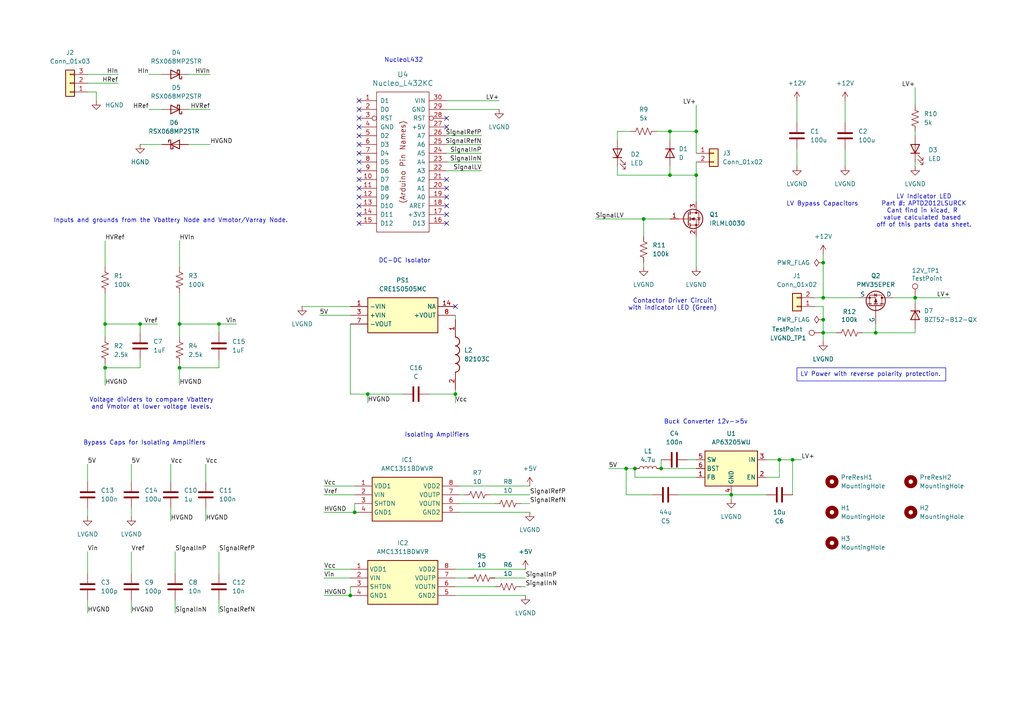
<source format=kicad_sch>
(kicad_sch (version 20231120) (generator "eeschema") (generator_version "8.0")
  (paper "A4")
  (lib_symbols
    (symbol "82103C:82103C" (pin_names hide)
      (property "Reference" "L" (at 16.51 6.35 0))
      (property "Value" "82103C" (at 16.51 3.81 0))
      (symbol "82103C_1_1"
        (pin passive line (at 0 0 0) (length 5.08) (name "1") (number "1"))
        (pin passive line (at 20.32 0 180) (length 5.08) (name "2") (number "2"))
      )
    )
    (symbol "AMC1311:AMC1311BDWVR"
      (property "Reference" "IC" (at 26.67 7.62 0))
      (property "Value" "AMC1311BDWVR" (at 26.67 5.08 0))
      (symbol "AMC1311BDWVR_1_1"
        (pin passive line (at 0 0 0) (length 5.08) (name "VDD1") (number "1"))
        (pin passive line (at 0 -2.54 0) (length 5.08) (name "VIN") (number "2"))
        (pin passive line (at 0 -5.08 0) (length 5.08) (name "SHTDN") (number "3"))
        (pin passive line (at 0 -7.62 0) (length 5.08) (name "GND1") (number "4"))
        (pin passive line (at 30.48 -7.62 180) (length 5.08) (name "GND2") (number "5"))
        (pin passive line (at 30.48 -5.08 180) (length 5.08) (name "VOUTN") (number "6"))
        (pin passive line (at 30.48 -2.54 180) (length 5.08) (name "VOUTP") (number "7"))
        (pin passive line (at 30.48 0 180) (length 5.08) (name "VDD2") (number "8"))
      )
    )
    (symbol "CRE1S0505MC:CRE1S0505MC"
      (property "Reference" "PS" (at 26.67 7.62 0))
      (property "Value" "CRE1S0505MC" (at 26.67 5.08 0))
      (symbol "CRE1S0505MC_1_1"
        (pin passive line (at 0 0 0) (length 5.08) (name "-VIN") (number "1"))
        (pin passive line (at 30.48 0 180) (length 5.08) (name "NA") (number "14"))
        (pin passive line (at 0 -2.54 0) (length 5.08) (name "+VIN") (number "3"))
        (pin passive line (at 0 -5.08 0) (length 5.08) (name "-VOUT") (number "7"))
        (pin passive line (at 30.48 -2.54 180) (length 5.08) (name "+VOUT") (number "8"))
      )
    )
    (symbol "Connector:TestPoint" (pin_numbers hide) (pin_names (offset 0.762) hide)
      (property "Reference" "TP" (at 0 6.858 0))
      (property "Value" "TestPoint" (at 0 5.08 0))
      (symbol "TestPoint_1_1"
        (pin passive line (at 0 0 90) (length 2.54) (name "1") (number "1"))
      )
    )
    (symbol "Connector_Generic:Conn_01x02" (pin_names (offset 1.016) hide)
      (property "Reference" "J" (at 0 2.54 0))
      (property "Value" "Conn_01x02" (at 0 -5.08 0))
      (symbol "Conn_01x02_1_1"
        (pin passive line (at -5.08 0 0) (length 3.81) (name "Pin_1") (number "1"))
        (pin passive line (at -5.08 -2.54 0) (length 3.81) (name "Pin_2") (number "2"))
      )
    )
    (symbol "Connector_Generic:Conn_01x03" (pin_names (offset 1.016) hide)
      (property "Reference" "J" (at 0 5.08 0))
      (property "Value" "Conn_01x03" (at 0 -5.08 0))
      (symbol "Conn_01x03_1_1"
        (pin passive line (at -5.08 2.54 0) (length 3.81) (name "Pin_1") (number "1"))
        (pin passive line (at -5.08 0 0) (length 3.81) (name "Pin_2") (number "2"))
        (pin passive line (at -5.08 -2.54 0) (length 3.81) (name "Pin_3") (number "3"))
      )
    )
    (symbol "Device:C" (pin_numbers hide) (pin_names (offset 0.254))
      (property "Reference" "C" (at 0.635 2.54 0))
      (property "Value" "C" (at 0.635 -2.54 0))
      (symbol "C_1_1"
        (pin passive line (at 0 3.81 270) (length 2.794) (name "~") (number "1"))
        (pin passive line (at 0 -3.81 90) (length 2.794) (name "~") (number "2"))
      )
    )
    (symbol "Device:D" (pin_numbers hide) (pin_names (offset 1.016) hide)
      (property "Reference" "D" (at 0 2.54 0))
      (property "Value" "D" (at 0 -2.54 0))
      (symbol "D_1_1"
        (pin passive line (at -3.81 0 0) (length 2.54) (name "K") (number "1"))
        (pin passive line (at 3.81 0 180) (length 2.54) (name "A") (number "2"))
      )
    )
    (symbol "Device:D_Schottky" (pin_numbers hide) (pin_names (offset 1.016) hide)
      (property "Reference" "D" (at 0 2.54 0))
      (property "Value" "D_Schottky" (at 0 -2.54 0))
      (symbol "D_Schottky_1_1"
        (pin passive line (at -3.81 0 0) (length 2.54) (name "K") (number "1"))
        (pin passive line (at 3.81 0 180) (length 2.54) (name "A") (number "2"))
      )
    )
    (symbol "Device:D_Zener" (pin_numbers hide) (pin_names (offset 1.016) hide)
      (property "Reference" "D" (at 0 2.54 0))
      (property "Value" "D_Zener" (at 0 -2.54 0))
      (symbol "D_Zener_1_1"
        (pin passive line (at -3.81 0 0) (length 2.54) (name "K") (number "1"))
        (pin passive line (at 3.81 0 180) (length 2.54) (name "A") (number "2"))
      )
    )
    (symbol "Device:L" (pin_numbers hide) (pin_names (offset 1.016) hide)
      (property "Reference" "L" (at -1.27 0 90))
      (property "Value" "L" (at 1.905 0 90))
      (symbol "L_1_1"
        (pin passive line (at 0 3.81 270) (length 1.27) (name "1") (number "1"))
        (pin passive line (at 0 -3.81 90) (length 1.27) (name "2") (number "2"))
      )
    )
    (symbol "Device:LED" (pin_numbers hide) (pin_names (offset 1.016) hide)
      (property "Reference" "D" (at 0 2.54 0))
      (property "Value" "LED" (at 0 -2.54 0))
      (symbol "LED_1_1"
        (pin passive line (at -3.81 0 0) (length 2.54) (name "K") (number "1"))
        (pin passive line (at 3.81 0 180) (length 2.54) (name "A") (number "2"))
      )
    )
    (symbol "Device:R_US" (pin_numbers hide) (pin_names (offset 0))
      (property "Reference" "R" (at 2.54 0 90))
      (property "Value" "R_US" (at -2.54 0 90))
      (symbol "R_US_1_1"
        (pin passive line (at 0 3.81 270) (length 1.27) (name "~") (number "1"))
        (pin passive line (at 0 -3.81 90) (length 1.27) (name "~") (number "2"))
      )
    )
    (symbol "Mechanical:MountingHole" (pin_names (offset 1.016)) (exclude_from_sim yes) (in_bom no)
      (property "Reference" "H" (at 0 5.08 0))
      (property "Value" "MountingHole" (at 0 3.175 0))
    )
    (symbol "Regulator_Switching:AP63205WU"
      (property "Reference" "U" (at -7.62 6.35 0))
      (property "Value" "AP63205WU" (at 2.54 6.35 0))
      (symbol "AP63205WU_1_1"
        (pin input line (at 10.16 -2.54 180) (length 2.54) (name "FB") (number "1"))
        (pin input line (at -10.16 -2.54 0) (length 2.54) (name "EN") (number "2"))
        (pin power_in line (at -10.16 2.54 0) (length 2.54) (name "IN") (number "3"))
        (pin power_in line (at 0 -7.62 90) (length 2.54) (name "GND") (number "4"))
        (pin output line (at 10.16 2.54 180) (length 2.54) (name "SW") (number "5"))
        (pin passive line (at 10.16 0 180) (length 2.54) (name "BST") (number "6"))
      )
    )
    (symbol "Simulation_SPICE:PMOS" (pin_numbers hide) (pin_names (offset 0))
      (property "Reference" "Q" (at 5.08 1.27 0))
      (property "Value" "PMOS" (at 5.08 -1.27 0))
      (symbol "PMOS_1_1"
        (pin passive line (at 2.54 5.08 270) (length 2.54) (name "D") (number "1"))
        (pin input line (at -5.08 0 0) (length 2.54) (name "G") (number "2"))
        (pin passive line (at 2.54 -5.08 90) (length 2.54) (name "S") (number "3"))
      )
    )
    (symbol "Transistor_FET:IRLML0030" (pin_names hide)
      (property "Reference" "Q" (at 5.08 1.905 0))
      (property "Value" "IRLML0030" (at 5.08 0 0))
      (symbol "IRLML0030_1_1"
        (pin input line (at -5.08 0 0) (length 2.54) (name "G") (number "1"))
        (pin passive line (at 2.54 -5.08 90) (length 2.54) (name "S") (number "2"))
        (pin passive line (at 2.54 5.08 270) (length 2.54) (name "D") (number "3"))
      )
    )
    (symbol "power:+12V" (power) (pin_numbers hide) (pin_names (offset 0) hide)
      (property "Value" "+12V" (at 0 3.556 0))
      (symbol "+12V_1_1"
        (pin power_in line (at 0 0 90) (length 0) (name "~") (number "1"))
      )
    )
    (symbol "power:+5V" (power) (pin_numbers hide) (pin_names (offset 0) hide)
      (property "Value" "+5V" (at 0 3.556 0))
      (symbol "+5V_1_1"
        (pin power_in line (at 0 0 90) (length 0) (name "~") (number "1"))
      )
    )
    (symbol "power:GND" (power) (pin_numbers hide) (pin_names (offset 0) hide)
      (property "Value" "GND" (at 0 -3.81 0))
      (symbol "GND_1_1"
        (pin power_in line (at 0 0 270) (length 0) (name "~") (number "1"))
      )
    )
    (symbol "power:PWR_FLAG" (power) (pin_numbers hide) (pin_names (offset 0) hide)
      (property "Value" "PWR_FLAG" (at 0 3.81 0))
      (symbol "PWR_FLAG_0_0"
        (pin power_out line (at 0 0 90) (length 0) (name "~") (number "1"))
      )
    )
    (symbol "utsvt-microcontrokller:Nucleo_L432KC" (pin_names (offset 1.016))
      (property "Reference" "U" (at 0 -21.59 0))
      (property "Value" "Nucleo_L432KC" (at 0 21.59 0))
      (symbol "Nucleo_L432KC_0_1"
        (text "(Arduino Pin Names)" (at 0 0 900) (effects (font (size 1.524 1.524))))
      )
      (symbol "Nucleo_L432KC_0_2"
        (text "(Nucleo Pin Names)" (at 0 0 900) (effects (font (size 1.524 1.524))))
      )
      (symbol "Nucleo_L432KC_1_1"
        (pin bidirectional line (at -12.7 17.78 0) (length 5.08) (name "D1") (number "1"))
        (pin bidirectional line (at -12.7 -5.08 0) (length 5.08) (name "D7") (number "10"))
        (pin bidirectional line (at -12.7 -7.62 0) (length 5.08) (name "D8") (number "11"))
        (pin bidirectional line (at -12.7 -10.16 0) (length 5.08) (name "D9") (number "12"))
        (pin bidirectional line (at -12.7 -12.7 0) (length 5.08) (name "D10") (number "13"))
        (pin bidirectional line (at -12.7 -15.24 0) (length 5.08) (name "D11") (number "14"))
        (pin bidirectional line (at -12.7 -17.78 0) (length 5.08) (name "D12") (number "15"))
        (pin bidirectional line (at 12.7 -17.78 180) (length 5.08) (name "D13") (number "16"))
        (pin power_out line (at 12.7 -15.24 180) (length 5.08) (name "+3V3") (number "17"))
        (pin input line (at 12.7 -12.7 180) (length 5.08) (name "AREF") (number "18"))
        (pin bidirectional line (at 12.7 -10.16 180) (length 5.08) (name "A0") (number "19"))
        (pin bidirectional line (at -12.7 15.24 0) (length 5.08) (name "D0") (number "2"))
        (pin bidirectional line (at 12.7 -7.62 180) (length 5.08) (name "A1") (number "20"))
        (pin bidirectional line (at 12.7 -5.08 180) (length 5.08) (name "A2") (number "21"))
        (pin bidirectional line (at 12.7 -2.54 180) (length 5.08) (name "A3") (number "22"))
        (pin bidirectional line (at 12.7 0 180) (length 5.08) (name "A4") (number "23"))
        (pin bidirectional line (at 12.7 2.54 180) (length 5.08) (name "A5") (number "24"))
        (pin bidirectional line (at 12.7 5.08 180) (length 5.08) (name "A6") (number "25"))
        (pin bidirectional line (at 12.7 7.62 180) (length 5.08) (name "A7") (number "26"))
        (pin power_out line (at 12.7 10.16 180) (length 5.08) (name "+5V") (number "27"))
        (pin input inverted (at 12.7 12.7 180) (length 5.08) (name "RST") (number "28"))
        (pin power_in line (at 12.7 15.24 180) (length 5.08) (name "GND") (number "29"))
        (pin input inverted (at -12.7 12.7 0) (length 5.08) (name "RST") (number "3"))
        (pin power_in line (at 12.7 17.78 180) (length 5.08) (name "VIN") (number "30"))
        (pin power_in line (at -12.7 10.16 0) (length 5.08) (name "GND") (number "4"))
        (pin bidirectional line (at -12.7 7.62 0) (length 5.08) (name "D2") (number "5"))
        (pin bidirectional line (at -12.7 5.08 0) (length 5.08) (name "D3") (number "6"))
        (pin bidirectional line (at -12.7 2.54 0) (length 5.08) (name "D4") (number "7"))
        (pin bidirectional line (at -12.7 0 0) (length 5.08) (name "D5") (number "8"))
        (pin bidirectional line (at -12.7 -2.54 0) (length 5.08) (name "D6") (number "9"))
      )
      (symbol "Nucleo_L432KC_1_2"
        (pin bidirectional line (at -12.7 17.78 0) (length 5.08) (name "PA9") (number "1"))
        (pin bidirectional line (at -12.7 -5.08 0) (length 5.08) (name "PC14") (number "10"))
        (pin bidirectional line (at -12.7 -7.62 0) (length 5.08) (name "PC15") (number "11"))
        (pin bidirectional line (at -12.7 -10.16 0) (length 5.08) (name "PA8") (number "12"))
        (pin bidirectional line (at -12.7 -12.7 0) (length 5.08) (name "PA11") (number "13"))
        (pin bidirectional line (at -12.7 -15.24 0) (length 5.08) (name "PB5") (number "14"))
        (pin bidirectional line (at -12.7 -17.78 0) (length 5.08) (name "PB4") (number "15"))
        (pin bidirectional line (at 12.7 -17.78 180) (length 5.08) (name "PB3") (number "16"))
        (pin power_out line (at 12.7 -15.24 180) (length 5.08) (name "+3V3") (number "17"))
        (pin input line (at 12.7 -12.7 180) (length 5.08) (name "AREF") (number "18"))
        (pin bidirectional line (at 12.7 -10.16 180) (length 5.08) (name "PA0") (number "19"))
        (pin bidirectional line (at -12.7 15.24 0) (length 5.08) (name "PA10") (number "2"))
        (pin bidirectional line (at 12.7 -7.62 180) (length 5.08) (name "PA1") (number "20"))
        (pin bidirectional line (at 12.7 -5.08 180) (length 5.08) (name "PA3") (number "21"))
        (pin bidirectional line (at 12.7 -2.54 180) (length 5.08) (name "PA4") (number "22"))
        (pin bidirectional line (at 12.7 0 180) (length 5.08) (name "PA5") (number "23"))
        (pin bidirectional line (at 12.7 2.54 180) (length 5.08) (name "PA6") (number "24"))
        (pin bidirectional line (at 12.7 5.08 180) (length 5.08) (name "PA7") (number "25"))
        (pin bidirectional line (at 12.7 7.62 180) (length 5.08) (name "PA2") (number "26"))
        (pin power_out line (at 12.7 10.16 180) (length 5.08) (name "+5V") (number "27"))
        (pin input inverted (at 12.7 12.7 180) (length 5.08) (name "RST") (number "28"))
        (pin power_in line (at 12.7 15.24 180) (length 5.08) (name "GND") (number "29"))
        (pin input inverted (at -12.7 12.7 0) (length 5.08) (name "RST") (number "3"))
        (pin power_in line (at 12.7 17.78 180) (length 5.08) (name "VIN") (number "30"))
        (pin power_in line (at -12.7 10.16 0) (length 5.08) (name "GND") (number "4"))
        (pin bidirectional line (at -12.7 7.62 0) (length 5.08) (name "PA12") (number "5"))
        (pin bidirectional line (at -12.7 5.08 0) (length 5.08) (name "PB0") (number "6"))
        (pin bidirectional line (at -12.7 2.54 0) (length 5.08) (name "PB7") (number "7"))
        (pin bidirectional line (at -12.7 0 0) (length 5.08) (name "PB6") (number "8"))
        (pin bidirectional line (at -12.7 -2.54 0) (length 5.08) (name "PB1") (number "9"))
      )
    )
  )
  (junction (at 201.93 38.1))
  (junction (at 132.08 114.3))
  (junction (at 63.5 93.98))
  (junction (at 181.61 135.89))
  (junction (at 30.48 106.68))
  (junction (at 265.43 86.36))
  (junction (at 238.76 86.36))
  (junction (at 40.64 93.98))
  (junction (at 102.87 148.59))
  (junction (at 229.87 133.35))
  (junction (at 238.76 76.2))
  (junction (at 201.93 50.8))
  (junction (at 212.09 143.51))
  (junction (at 191.77 135.89))
  (junction (at 184.15 135.89))
  (junction (at 186.69 63.5))
  (junction (at 30.48 93.98))
  (junction (at 52.07 93.98))
  (junction (at 194.31 38.1))
  (junction (at 238.76 92.71))
  (junction (at 52.07 106.68))
  (junction (at 254 96.52))
  (junction (at 101.6 172.72))
  (junction (at 238.76 96.52))
  (junction (at 106.68 114.3))
  (junction (at 194.31 50.8))
  (junction (at 226.06 133.35))
  (no_connect (at 104.14 62.23))
  (no_connect (at 104.14 54.61))
  (no_connect (at 104.14 29.21))
  (no_connect (at 104.14 59.69))
  (no_connect (at 104.14 31.75))
  (no_connect (at 104.14 49.53))
  (no_connect (at 132.08 88.9))
  (no_connect (at 129.54 34.29))
  (no_connect (at 104.14 52.07))
  (no_connect (at 104.14 41.91))
  (no_connect (at 104.14 57.15))
  (no_connect (at 129.54 54.61))
  (no_connect (at 129.54 57.15))
  (no_connect (at 104.14 64.77))
  (no_connect (at 104.14 36.83))
  (no_connect (at 129.54 64.77))
  (no_connect (at 104.14 44.45))
  (no_connect (at 129.54 59.69))
  (no_connect (at 129.54 36.83))
  (no_connect (at 129.54 52.07))
  (no_connect (at 104.14 39.37))
  (no_connect (at 104.14 46.99))
  (no_connect (at 129.54 62.23))
  (no_connect (at 104.14 34.29))
  (wire (pts (xy 129.54 46.99) (xy 139.7 46.99)))
  (wire (pts (xy 179.07 50.8) (xy 194.31 50.8)))
  (wire (pts (xy 93.98 148.59) (xy 102.87 148.59)))
  (wire (pts (xy 54.61 21.59) (xy 60.96 21.59)))
  (wire (pts (xy 194.31 38.1) (xy 194.31 40.64)))
  (wire (pts (xy 212.09 143.51) (xy 196.85 143.51)))
  (wire (pts (xy 238.76 88.9) (xy 238.76 92.71)))
  (wire (pts (xy 59.69 139.7) (xy 59.69 134.62)))
  (wire (pts (xy 25.4 160.02) (xy 25.4 166.37)))
  (wire (pts (xy 38.1 147.32) (xy 38.1 149.86)))
  (wire (pts (xy 129.54 49.53) (xy 139.7 49.53)))
  (wire (pts (xy 132.08 113.03) (xy 132.08 114.3)))
  (wire (pts (xy 222.25 138.43) (xy 226.06 138.43)))
  (wire (pts (xy 245.11 43.18) (xy 245.11 48.26)))
  (wire (pts (xy 93.98 172.72) (xy 101.6 172.72)))
  (wire (pts (xy 265.43 25.4) (xy 265.43 30.48)))
  (wire (pts (xy 265.43 38.1) (xy 265.43 39.37)))
  (wire (pts (xy 152.4 167.64) (xy 143.51 167.64)))
  (wire (pts (xy 232.41 133.35) (xy 229.87 133.35)))
  (wire (pts (xy 25.4 134.62) (xy 25.4 139.7)))
  (wire (pts (xy 50.8 173.99) (xy 50.8 177.8)))
  (wire (pts (xy 201.93 68.58) (xy 201.93 77.47)))
  (wire (pts (xy 52.07 69.85) (xy 52.07 77.47)))
  (wire (pts (xy 152.4 170.18) (xy 151.13 170.18)))
  (wire (pts (xy 238.76 92.71) (xy 238.76 96.52)))
  (wire (pts (xy 238.76 86.36) (xy 248.92 86.36)))
  (wire (pts (xy 50.8 160.02) (xy 50.8 166.37)))
  (wire (pts (xy 52.07 106.68) (xy 52.07 111.76)))
  (wire (pts (xy 172.72 63.5) (xy 186.69 63.5)))
  (wire (pts (xy 151.13 146.05) (xy 153.67 146.05)))
  (wire (pts (xy 87.63 88.9) (xy 101.6 88.9)))
  (wire (pts (xy 129.54 39.37) (xy 139.7 39.37)))
  (wire (pts (xy 40.64 96.52) (xy 40.64 93.98)))
  (wire (pts (xy 93.98 167.64) (xy 101.6 167.64)))
  (wire (pts (xy 184.15 135.89) (xy 181.61 135.89)))
  (wire (pts (xy 184.15 138.43) (xy 184.15 135.89)))
  (wire (pts (xy 231.14 29.21) (xy 231.14 35.56)))
  (wire (pts (xy 63.5 96.52) (xy 63.5 93.98)))
  (wire (pts (xy 132.08 114.3) (xy 132.08 116.84)))
  (wire (pts (xy 129.54 29.21) (xy 144.78 29.21)))
  (wire (pts (xy 229.87 133.35) (xy 226.06 133.35)))
  (wire (pts (xy 52.07 85.09) (xy 52.07 93.98)))
  (wire (pts (xy 43.18 31.75) (xy 46.99 31.75)))
  (wire (pts (xy 38.1 160.02) (xy 38.1 166.37)))
  (wire (pts (xy 254 93.98) (xy 254 96.52)))
  (wire (pts (xy 191.77 133.35) (xy 191.77 135.89)))
  (wire (pts (xy 201.93 133.35) (xy 199.39 133.35)))
  (wire (pts (xy 238.76 99.06) (xy 238.76 96.52)))
  (wire (pts (xy 265.43 95.25) (xy 265.43 96.52)))
  (wire (pts (xy 201.93 38.1) (xy 201.93 44.45)))
  (wire (pts (xy 38.1 139.7) (xy 38.1 134.62)))
  (wire (pts (xy 93.98 143.51) (xy 102.87 143.51)))
  (wire (pts (xy 231.14 43.18) (xy 231.14 48.26)))
  (wire (pts (xy 238.76 73.66) (xy 238.76 76.2)))
  (wire (pts (xy 52.07 93.98) (xy 52.07 97.79)))
  (wire (pts (xy 30.48 93.98) (xy 30.48 97.79)))
  (wire (pts (xy 133.35 148.59) (xy 153.67 148.59)))
  (wire (pts (xy 43.18 21.59) (xy 46.99 21.59)))
  (wire (pts (xy 49.53 147.32) (xy 49.53 151.13)))
  (wire (pts (xy 129.54 41.91) (xy 139.7 41.91)))
  (wire (pts (xy 30.48 85.09) (xy 30.48 93.98)))
  (wire (pts (xy 40.64 106.68) (xy 30.48 106.68)))
  (wire (pts (xy 38.1 173.99) (xy 38.1 177.8)))
  (wire (pts (xy 92.71 91.44) (xy 101.6 91.44)))
  (wire (pts (xy 129.54 44.45) (xy 139.7 44.45)))
  (wire (pts (xy 265.43 86.36) (xy 265.43 87.63)))
  (wire (pts (xy 132.08 91.44) (xy 132.08 92.71)))
  (wire (pts (xy 93.98 165.1) (xy 101.6 165.1)))
  (wire (pts (xy 52.07 106.68) (xy 63.5 106.68)))
  (wire (pts (xy 250.19 96.52) (xy 254 96.52)))
  (wire (pts (xy 212.09 143.51) (xy 212.09 144.78)))
  (wire (pts (xy 27.94 26.67) (xy 27.94 29.21)))
  (wire (pts (xy 30.48 106.68) (xy 30.48 111.76)))
  (wire (pts (xy 236.22 86.36) (xy 238.76 86.36)))
  (wire (pts (xy 101.6 170.18) (xy 101.6 172.72)))
  (wire (pts (xy 132.08 165.1) (xy 152.4 165.1)))
  (wire (pts (xy 226.06 133.35) (xy 222.25 133.35)))
  (wire (pts (xy 190.5 38.1) (xy 194.31 38.1)))
  (wire (pts (xy 63.5 173.99) (xy 63.5 177.8)))
  (wire (pts (xy 201.93 135.89) (xy 191.77 135.89)))
  (wire (pts (xy 201.93 46.99) (xy 201.93 50.8)))
  (wire (pts (xy 129.54 31.75) (xy 144.78 31.75)))
  (wire (pts (xy 133.35 140.97) (xy 153.67 140.97)))
  (wire (pts (xy 179.07 48.26) (xy 179.07 50.8)))
  (wire (pts (xy 226.06 138.43) (xy 226.06 133.35)))
  (wire (pts (xy 30.48 69.85) (xy 30.48 77.47)))
  (wire (pts (xy 63.5 160.02) (xy 63.5 166.37)))
  (wire (pts (xy 25.4 173.99) (xy 25.4 177.8)))
  (wire (pts (xy 142.24 143.51) (xy 153.67 143.51)))
  (wire (pts (xy 40.64 104.14) (xy 40.64 106.68)))
  (wire (pts (xy 106.68 116.84) (xy 106.68 114.3)))
  (wire (pts (xy 181.61 135.89) (xy 176.53 135.89)))
  (wire (pts (xy 54.61 31.75) (xy 60.96 31.75)))
  (wire (pts (xy 52.07 93.98) (xy 63.5 93.98)))
  (wire (pts (xy 25.4 26.67) (xy 27.94 26.67)))
  (wire (pts (xy 59.69 147.32) (xy 59.69 151.13)))
  (wire (pts (xy 30.48 105.41) (xy 30.48 106.68)))
  (wire (pts (xy 186.69 63.5) (xy 194.31 63.5)))
  (wire (pts (xy 194.31 48.26) (xy 194.31 50.8)))
  (wire (pts (xy 40.64 93.98) (xy 45.72 93.98)))
  (wire (pts (xy 179.07 40.64) (xy 179.07 38.1)))
  (wire (pts (xy 102.87 146.05) (xy 102.87 148.59)))
  (wire (pts (xy 194.31 50.8) (xy 201.93 50.8)))
  (wire (pts (xy 245.11 29.21) (xy 245.11 35.56)))
  (wire (pts (xy 179.07 38.1) (xy 182.88 38.1)))
  (wire (pts (xy 49.53 134.62) (xy 49.53 139.7)))
  (wire (pts (xy 186.69 76.2) (xy 186.69 77.47)))
  (wire (pts (xy 101.6 114.3) (xy 106.68 114.3)))
  (wire (pts (xy 101.6 93.98) (xy 101.6 114.3)))
  (wire (pts (xy 201.93 38.1) (xy 194.31 38.1)))
  (wire (pts (xy 201.93 138.43) (xy 184.15 138.43)))
  (wire (pts (xy 222.25 143.51) (xy 212.09 143.51)))
  (wire (pts (xy 124.46 114.3) (xy 132.08 114.3)))
  (wire (pts (xy 132.08 172.72) (xy 152.4 172.72)))
  (wire (pts (xy 265.43 46.99) (xy 265.43 48.26)))
  (wire (pts (xy 265.43 86.36) (xy 275.59 86.36)))
  (wire (pts (xy 133.35 143.51) (xy 134.62 143.51)))
  (wire (pts (xy 54.61 41.91) (xy 60.96 41.91)))
  (wire (pts (xy 25.4 24.13) (xy 34.29 24.13)))
  (wire (pts (xy 236.22 88.9) (xy 238.76 88.9)))
  (wire (pts (xy 63.5 93.98) (xy 68.58 93.98)))
  (wire (pts (xy 143.51 170.18) (xy 132.08 170.18)))
  (wire (pts (xy 106.68 114.3) (xy 116.84 114.3)))
  (wire (pts (xy 189.23 143.51) (xy 181.61 143.51)))
  (wire (pts (xy 63.5 104.14) (xy 63.5 106.68)))
  (wire (pts (xy 135.89 167.64) (xy 132.08 167.64)))
  (wire (pts (xy 238.76 96.52) (xy 242.57 96.52)))
  (wire (pts (xy 93.98 140.97) (xy 102.87 140.97)))
  (wire (pts (xy 186.69 68.58) (xy 186.69 63.5)))
  (wire (pts (xy 201.93 50.8) (xy 201.93 58.42)))
  (wire (pts (xy 52.07 105.41) (xy 52.07 106.68)))
  (wire (pts (xy 40.64 41.91) (xy 46.99 41.91)))
  (wire (pts (xy 238.76 76.2) (xy 238.76 86.36)))
  (wire (pts (xy 201.93 30.48) (xy 201.93 38.1)))
  (wire (pts (xy 25.4 21.59) (xy 34.29 21.59)))
  (wire (pts (xy 229.87 133.35) (xy 229.87 143.51)))
  (wire (pts (xy 133.35 146.05) (xy 143.51 146.05)))
  (wire (pts (xy 181.61 143.51) (xy 181.61 135.89)))
  (wire (pts (xy 30.48 93.98) (xy 40.64 93.98)))
  (wire (pts (xy 265.43 96.52) (xy 254 96.52)))
  (wire (pts (xy 259.08 86.36) (xy 265.43 86.36)))
  (wire (pts (xy 25.4 149.86) (xy 25.4 147.32)))
  (text_box "LV Power with reverse polarity protection." (at 231.14 106.68 0) (size 43.18 3.81) (effects (font (size 1.27 1.27)) (justify left top)))
  (text "NucleoL432" (at 117.094 17.526 0) (effects (font (size 1.27 1.27))))
  (text "Bypass Caps for Isolating Amplifiers" (at 41.91 128.524 0) (effects (font (size 1.27 1.27))))
  (text "LV Indicator LED\nPart #: APTD2012LSURCK\nCant find in kicad, R \nvalue calculated based \noff of this parts data sheet." (at 267.97 61.214 0) (effects (font (size 1.27 1.27))))
  (text "Contactor Driver Circuit\nwith indicator LED (Green)\n" (at 195.072 88.392 0) (effects (font (size 1.27 1.27))))
  (text "Inputs and grounds from the Vbattery Node and Vmotor/Varray Node." (at 49.53 64.008 0) (effects (font (size 1.27 1.27))))
  (text "DC-DC Isolator\n" (at 117.348 75.692 0) (effects (font (size 1.27 1.27))))
  (text "Isolating Amplifiers\n" (at 126.746 126.238 0) (effects (font (size 1.27 1.27))))
  (text "Buck Converter 12v->5v" (at 204.724 122.428 0) (effects (font (size 1.27 1.27))))
  (text "LV Bypass Capacitors" (at 238.506 59.182 0) (effects (font (size 1.27 1.27))))
  (text "Voltage dividers to compare Vbattery\nand Vmotor at lower voltage levels." (at 43.942 117.094 0) (effects (font (size 1.27 1.27))))
  (label "Vcc" (at 59.69 134.62 0))
  (label "HRef" (at 43.18 31.75 180))
  (label "LV+" (at 265.43 25.4 180))
  (label "HVIn" (at 52.07 69.85 0))
  (label "HVRef" (at 60.96 31.75 180))
  (label "HVGND" (at 52.07 111.76 0))
  (label "Vcc" (at 93.98 140.97 0))
  (label "Vin" (at 68.58 93.98 180))
  (label "HVGND" (at 60.96 41.91 0))
  (label "5V" (at 25.4 134.62 0))
  (label "Vref" (at 38.1 160.02 0))
  (label "Vcc" (at 93.98 165.1 0))
  (label "5V" (at 38.1 134.62 0))
  (label "5V" (at 176.53 135.89 0))
  (label "LV+" (at 232.41 133.35 0))
  (label "HVGND" (at 49.53 151.13 0))
  (label "HIn" (at 34.29 21.59 180))
  (label "HVGND" (at 59.69 151.13 0))
  (label "HVRef" (at 30.48 69.85 0))
  (label "HVGND" (at 93.98 148.59 0))
  (label "SignalRefN" (at 139.7 41.91 180))
  (label "SignalLV" (at 172.72 63.5 0))
  (label "SignalInN" (at 50.8 177.8 0))
  (label "SignalInP" (at 50.8 160.02 0))
  (label "SignalRefN" (at 153.67 146.05 0))
  (label "SignalLV" (at 139.7 49.53 180))
  (label "Vref" (at 93.98 143.51 0))
  (label "SignalRefP" (at 63.5 160.02 0))
  (label "SignalInP" (at 139.7 44.45 180))
  (label "HVIn" (at 60.96 21.59 180))
  (label "Vcc" (at 132.08 116.84 0))
  (label "Vin" (at 93.98 167.64 0))
  (label "SignalRefP" (at 139.7 39.37 180))
  (label "Vcc" (at 49.53 134.62 0))
  (label "HVGND" (at 30.48 111.76 0))
  (label "SignalInN" (at 152.4 170.18 0))
  (label "HVGND" (at 25.4 177.8 0))
  (label "LV+" (at 201.93 30.48 180))
  (label "Vin" (at 25.4 160.02 0))
  (label "SignalRefN" (at 63.5 177.8 0))
  (label "SignalInN" (at 139.7 46.99 180))
  (label "HRef" (at 34.29 24.13 180))
  (label "SignalInP" (at 152.4 167.64 0))
  (label "LV+" (at 144.78 29.21 180))
  (label "HIn" (at 43.18 21.59 180))
  (label "LV+" (at 275.59 86.36 180))
  (label "HVGND" (at 38.1 177.8 0))
  (label "SignalRefP" (at 153.67 143.51 0))
  (label "5V" (at 92.71 91.44 0))
  (label "Vref" (at 45.72 93.98 180))
  (label "HVGND" (at 93.98 172.72 0))
  (label "HVGND" (at 106.68 116.84 0))
  (symbol (lib_id "Device:D_Zener") (at 265.43 91.44 270) (unit 1)
    (property "Reference" "D7" (at 267.97 90.1699 90) (effects (justify left)))
    (property "Value" "BZT52-B12-QX" (at 267.97 92.7099 90) (effects (justify left)))
    (property "Footprint" "Active-PrechargeLib:BZT52B12QX" (effects (hide yes)))
    (property "Description" "Zener diode" (effects (hide yes)))
  )
  (symbol (lib_id "Device:R_US") (at 147.32 170.18 90) (unit 1)
    (property "Reference" "R6" (at 147.32 163.83 90))
    (property "Value" "10" (at 147.32 166.37 90))
    (property "Description" "Resistor, US symbol" (effects (hide yes)))
  )
  (symbol (lib_id "Device:C") (at 195.58 133.35 270) (mirror x) (unit 1)
    (property "Reference" "C4" (at 195.58 125.73 90))
    (property "Value" "100n" (at 195.58 128.27 90))
    (property "Description" "Unpolarized capacitor" (effects (hide yes)))
  )
  (symbol (lib_id "power:+12V") (at 245.11 29.21 0) (unit 1)
    (property "Reference" "#PWR011" (effects (hide yes)))
    (property "Value" "+12V" (at 245.11 24.13 0))
    (property "Description" "Power symbol creates a global label with name \"+12V\"" (effects (hide yes)))
  )
  (symbol (lib_id "Transistor_FET:IRLML0030") (at 199.39 63.5 0) (unit 1)
    (property "Reference" "Q1" (at 205.74 62.2299 0) (effects (justify left)))
    (property "Value" "IRLML0030" (at 205.74 64.7699 0) (effects (justify left)))
    (property "Footprint" "Package_TO_SOT_SMD:SOT-23" (effects (hide yes)))
    (property "Datasheet" "https://www.infineon.com/dgdl/irlml0030pbf.pdf?fileId=5546d462533600a401535664773825df" (effects (hide yes)))
    (property "Description" "5.3A Id, 30V Vds, 27mOhm Rds, N-Channel HEXFET Power MOSFET, SOT-23" (effects (hide yes)))
  )
  (symbol (lib_id "Device:C") (at 245.11 39.37 0) (unit 1)
    (property "Reference" "C2" (at 248.92 38.0999 0) (effects (justify left)))
    (property "Value" "100u" (at 248.92 40.6399 0) (effects (justify left)))
    (property "Footprint" "Capacitor_SMD:C_0805_2012Metric" (effects (hide yes)))
    (property "Description" "Unpolarized capacitor" (effects (hide yes)))
  )
  (symbol (lib_id "power:GND") (at 238.76 99.06 0) (unit 1)
    (property "Reference" "#PWR02" (effects (hide yes)))
    (property "Value" "LVGND" (at 238.76 104.14 0))
    (property "Description" "Power symbol creates a global label with name \"GND\" , ground" (effects (hide yes)))
  )
  (symbol (lib_id "power:GND") (at 40.64 41.91 0) (unit 1)
    (property "Reference" "#PWR026" (effects (hide yes)))
    (property "Value" "HGND" (at 40.64 46.99 0))
    (property "Description" "Power symbol creates a global label with name \"GND\" , ground" (effects (hide yes)))
  )
  (symbol (lib_id "power:GND") (at 38.1 149.86 0) (unit 1)
    (property "Reference" "#PWR036" (effects (hide yes)))
    (property "Value" "LVGND" (at 38.1 154.94 0))
    (property "Description" "Power symbol creates a global label with name \"GND\" , ground" (effects (hide yes)))
  )
  (symbol (lib_id "Device:L") (at 187.96 135.89 270) (mirror x) (unit 1)
    (property "Reference" "L1" (at 187.96 130.81 90))
    (property "Value" "4.7u" (at 187.96 133.35 90))
    (property "Description" "Inductor" (effects (hide yes)))
  )
  (symbol (lib_id "Device:C") (at 226.06 143.51 90) (unit 1)
    (property "Reference" "C6" (at 226.06 151.13 90))
    (property "Value" "10u" (at 226.06 148.59 90))
    (property "Description" "Unpolarized capacitor" (effects (hide yes)))
  )
  (symbol (lib_id "Mechanical:MountingHole") (at 241.3 139.7 0) (unit 1) (exclude_from_sim yes) (in_bom no)
    (property "Reference" "PreResH1" (at 243.84 138.4299 0) (effects (justify left)))
    (property "Value" "MountingHole" (at 243.84 140.9699 0) (effects (justify left)))
    (property "Footprint" "MountingHole:MountingHole_3.2mm_M3" (effects (hide yes)))
    (property "Description" "Mounting Hole without connection" (effects (hide yes)))
  )
  (symbol (lib_id "power:+5V") (at 153.67 140.97 0) (unit 1)
    (property "Reference" "#PWR04" (effects (hide yes)))
    (property "Value" "+5V" (at 153.67 135.89 0))
    (property "Description" "Power symbol creates a global label with name \"+5V\"" (effects (hide yes)))
  )
  (symbol (lib_id "Device:C") (at 50.8 170.18 0) (unit 1)
    (property "Reference" "C8" (at 54.61 168.9099 0) (effects (justify left)))
    (property "Value" "10n" (at 54.61 171.4499 0) (effects (justify left)))
    (property "Description" "Unpolarized capacitor" (effects (hide yes)))
  )
  (symbol (lib_id "82103C:82103C") (at 132.08 92.71 270) (unit 1)
    (property "Reference" "L2" (at 134.62 101.5999 90) (effects (justify left)))
    (property "Value" "82103C" (at 134.62 104.1399 90) (effects (justify left)))
    (property "Footprint" "8200" (effects (hide yes)))
    (property "Datasheet" "https://componentsearchengine.com/Datasheets/3/82103C.pdf" (effects (hide yes)))
    (property "Description" "Fixed Inductor 10uH 0.5A Mini SMD Power Murata 8200 Series Wire-wound SMD Inductor 10 uH Wire-Wound 500mA Idc Q:35" (effects (hide yes)))
    (property "Manufacturer_Name" "Murata Electronics" (effects (hide yes)))
    (property "Manufacturer_Part_Number" "82103C" (effects (hide yes)))
    (property "Arrow Part Number" "82103C" (effects (hide yes)))
    (property "Arrow Price/Stock" "https://www.arrow.com/en/products/82103c/murata-power-solutions?utm_currency=USD&region=nac" (effects (hide yes)))
  )
  (symbol (lib_id "power:GND") (at 245.11 48.26 0) (unit 1)
    (property "Reference" "#PWR013" (effects (hide yes)))
    (property "Value" "LVGND" (at 245.11 53.34 0))
    (property "Description" "Power symbol creates a global label with name \"GND\" , ground" (effects (hide yes)))
  )
  (symbol (lib_id "CRE1S0505MC:CRE1S0505MC") (at 101.6 88.9 0) (unit 1)
    (property "Reference" "PS1" (at 116.84 81.28 0))
    (property "Value" "CRE1S0505MC" (at 116.84 83.82 0))
    (property "Footprint" "CRE1S0505MC" (effects (hide yes)))
    (property "Datasheet" "https://www.murata.com/products/productdata/8807029407774/kdc-cre1.pdf" (effects (hide yes)))
    (property "Description" "Isolated DC/DC Converters DC/DC SM 1W 5-5V Single 1kV" (effects (hide yes)))
    (property "Height" "6.6" (effects (hide yes)))
    (property "Manufacturer_Name" "Murata Electronics" (effects (hide yes)))
    (property "Manufacturer_Part_Number" "CRE1S0505MC" (effects (hide yes)))
    (property "Arrow Part Number" "CRE1S0505MC" (effects (hide yes)))
    (property "Arrow Price/Stock" "https://www.arrow.com/en/products/cre1s0505mc/murata-power-solutions?region=nac" (effects (hide yes)))
  )
  (symbol (lib_id "Device:C") (at 63.5 100.33 0) (unit 1)
    (property "Reference" "C15" (at 67.31 99.0599 0) (effects (justify left)))
    (property "Value" "1uF" (at 67.31 101.5999 0) (effects (justify left)))
    (property "Footprint" "Capacitor_SMD:C_0805_2012Metric" (effects (hide yes)))
    (property "Description" "Unpolarized capacitor" (effects (hide yes)))
  )
  (symbol (lib_id "Device:D_Schottky") (at 50.8 21.59 180) (unit 1)
    (property "Reference" "D4" (at 51.1175 15.24 0))
    (property "Value" "RSX068MP2STR" (at 51.1175 17.78 0))
    (property "Description" "Schottky diode" (effects (hide yes)))
  )
  (symbol (lib_id "Mechanical:MountingHole") (at 241.3 148.59 0) (unit 1) (exclude_from_sim yes) (in_bom no)
    (property "Reference" "H1" (at 243.84 147.3199 0) (effects (justify left)))
    (property "Value" "MountingHole" (at 243.84 149.8599 0) (effects (justify left)))
    (property "Footprint" "MountingHole:MountingHole_3mm" (effects (hide yes)))
    (property "Description" "Mounting Hole without connection" (effects (hide yes)))
  )
  (symbol (lib_id "power:+12V") (at 231.14 29.21 0) (unit 1)
    (property "Reference" "#PWR010" (effects (hide yes)))
    (property "Value" "+12V" (at 231.14 24.13 0))
    (property "Description" "Power symbol creates a global label with name \"+12V\"" (effects (hide yes)))
  )
  (symbol (lib_id "Device:R_US") (at 30.48 81.28 0) (unit 1)
    (property "Reference" "R1" (at 33.02 80.0099 0) (effects (justify left)))
    (property "Value" "100k" (at 33.02 82.5499 0) (effects (justify left)))
    (property "Footprint" "Resistor_SMD:R_1206_3216Metric" (effects (hide yes)))
    (property "Description" "Resistor, US symbol" (effects (hide yes)))
  )
  (symbol (lib_id "power:GND") (at 27.94 29.21 0) (unit 1)
    (property "Reference" "#PWR017" (effects (hide yes)))
    (property "Value" "HGND" (at 30.48 30.4799 0) (effects (justify left)))
    (property "Description" "Power symbol creates a global label with name \"GND\" , ground" (effects (hide yes)))
  )
  (symbol (lib_id "Device:C") (at 38.1 143.51 0) (unit 1)
    (property "Reference" "C14" (at 41.91 142.2399 0) (effects (justify left)))
    (property "Value" "100u" (at 41.91 144.7799 0) (effects (justify left)))
    (property "Description" "Unpolarized capacitor" (effects (hide yes)))
  )
  (symbol (lib_id "Device:R_US") (at 139.7 167.64 90) (unit 1)
    (property "Reference" "R5" (at 139.7 161.29 90))
    (property "Value" "10" (at 139.7 163.83 90))
    (property "Description" "Resistor, US symbol" (effects (hide yes)))
  )
  (symbol (lib_id "AMC1311:AMC1311BDWVR") (at 102.87 140.97 0) (unit 1)
    (property "Reference" "IC1" (at 118.11 133.35 0))
    (property "Value" "AMC1311BDWVR" (at 118.11 135.89 0))
    (property "Footprint" "SOIC127P1150X280-8N" (effects (hide yes)))
    (property "Datasheet" "http://www.ti.com/lit/gpn/amc1311" (effects (hide yes)))
    (property "Description" "Precision Reinforced Isolated Amplifier With High CMTI for Current Sensing" (effects (hide yes)))
    (property "Height" "2.8" (effects (hide yes)))
    (property "Mouser Part Number" "595-AMC1311BDWVR" (effects (hide yes)))
    (property "Mouser Price/Stock" "https://www.mouser.co.uk/ProductDetail/Texas-Instruments/AMC1311BDWVR?qs=W0yvOO0ixfFQekR98E4CkQ%3D%3D" (effects (hide yes)))
    (property "Manufacturer_Name" "Texas Instruments" (effects (hide yes)))
    (property "Manufacturer_Part_Number" "AMC1311BDWVR" (effects (hide yes)))
  )
  (symbol (lib_id "Device:R_US") (at 52.07 101.6 0) (unit 1)
    (property "Reference" "R4" (at 54.61 100.3299 0) (effects (justify left)))
    (property "Value" "2.5k" (at 54.61 102.8699 0) (effects (justify left)))
    (property "Footprint" "Resistor_SMD:R_0805_2012Metric" (effects (hide yes)))
    (property "Description" "Resistor, US symbol" (effects (hide yes)))
  )
  (symbol (lib_id "Device:R_US") (at 52.07 81.28 0) (unit 1)
    (property "Reference" "R3" (at 54.61 80.0099 0) (effects (justify left)))
    (property "Value" "100k" (at 54.61 82.5499 0) (effects (justify left)))
    (property "Footprint" "Resistor_SMD:R_1206_3216Metric" (effects (hide yes)))
    (property "Description" "Resistor, US symbol" (effects (hide yes)))
  )
  (symbol (lib_id "Device:C") (at 120.65 114.3 90) (unit 1)
    (property "Reference" "C16" (at 120.65 106.68 90))
    (property "Value" "C" (at 120.65 109.22 90))
    (property "Description" "Unpolarized capacitor" (effects (hide yes)))
  )
  (symbol (lib_id "Connector:TestPoint") (at 238.76 96.52 90) (unit 1)
    (property "Reference" "LVGND_TP1" (at 228.6 98.044 90))
    (property "Value" "TestPoint" (at 228.346 95.504 90))
    (property "Footprint" "Active-PrechargeLib:TestPoint_HEX_3mmID" (effects (hide yes)))
    (property "Description" "test point" (effects (hide yes)))
  )
  (symbol (lib_id "power:PWR_FLAG") (at 238.76 76.2 90) (unit 1)
    (property "Reference" "#FLG01" (effects (hide yes)))
    (property "Value" "PWR_FLAG" (at 234.95 76.1999 90) (effects (justify left)))
    (property "Description" "Special symbol for telling ERC where power comes from" (effects (hide yes)))
  )
  (symbol (lib_id "power:GND") (at 265.43 48.26 0) (unit 1)
    (property "Reference" "#PWR015" (effects (hide yes)))
    (property "Value" "LVGND" (at 265.43 53.34 0))
    (property "Description" "Power symbol creates a global label with name \"GND\" , ground" (effects (hide yes)))
  )
  (symbol (lib_id "Device:C") (at 193.04 143.51 90) (unit 1)
    (property "Reference" "C5" (at 193.04 151.13 90))
    (property "Value" "44u" (at 193.04 148.59 90))
    (property "Description" "Unpolarized capacitor" (effects (hide yes)))
  )
  (symbol (lib_id "Regulator_Switching:AP63205WU") (at 212.09 135.89 0) (mirror y) (unit 1)
    (property "Reference" "U1" (at 212.09 125.73 0))
    (property "Value" "AP63205WU" (at 212.09 128.27 0))
    (property "Footprint" "Package_TO_SOT_SMD:TSOT-23-6" (effects (hide yes)))
    (property "Datasheet" "https://www.diodes.com/assets/Datasheets/AP63200-AP63201-AP63203-AP63205.pdf" (effects (hide yes)))
    (property "Description" "2A, 1.1MHz Buck DC/DC Converter, fixed 5.0V output voltage, TSOT-23-6" (effects (hide yes)))
  )
  (symbol (lib_id "Device:D") (at 194.31 44.45 270) (unit 1)
    (property "Reference" "D1" (at 196.85 43.1799 90) (effects (justify left)))
    (property "Value" "D" (at 196.85 45.7199 90) (effects (justify left)))
    (property "Footprint" "utsvt-passive:V2F22HM" (effects (hide yes)))
    (property "Description" "Diode" (effects (hide yes)))
    (property "Sim.Device" "D" (effects (hide yes)))
    (property "Sim.Pins" "1=K 2=A" (effects (hide yes)))
  )
  (symbol (lib_id "Connector_Generic:Conn_01x02") (at 207.01 44.45 0) (unit 1)
    (property "Reference" "J3" (at 209.55 44.4499 0) (effects (justify left)))
    (property "Value" "Conn_01x02" (at 209.55 46.9899 0) (effects (justify left)))
    (property "Footprint" "utsvt-conn:Molex_MicroFit3.0_1x2xP3.00mm_PolarizingPeg_Vertical" (effects (hide yes)))
    (property "Description" "Generic connector, single row, 01x02, script generated (kicad-library-utils/schlib/autogen/connector/)" (effects (hide yes)))
  )
  (symbol (lib_id "Device:D_Schottky") (at 50.8 41.91 0) (unit 1)
    (property "Reference" "D6" (at 50.4825 35.56 0))
    (property "Value" "RSX068MP2STR" (at 50.4825 38.1 0))
    (property "Description" "Schottky diode" (effects (hide yes)))
  )
  (symbol (lib_id "Device:C") (at 40.64 100.33 0) (unit 1)
    (property "Reference" "C7" (at 44.45 99.0599 0) (effects (justify left)))
    (property "Value" "1uF" (at 44.45 101.5999 0) (effects (justify left)))
    (property "Footprint" "Capacitor_SMD:C_0805_2012Metric" (effects (hide yes)))
    (property "Description" "Unpolarized capacitor" (effects (hide yes)))
  )
  (symbol (lib_id "Device:R_US") (at 186.69 72.39 0) (unit 1)
    (property "Reference" "R11" (at 189.23 71.1199 0) (effects (justify left)))
    (property "Value" "100k" (at 189.23 73.6599 0) (effects (justify left)))
    (property "Footprint" "Resistor_SMD:R_0805_2012Metric" (effects (hide yes)))
    (property "Description" "Resistor, US symbol" (effects (hide yes)))
  )
  (symbol (lib_id "power:PWR_FLAG") (at 238.76 92.71 90) (unit 1)
    (property "Reference" "#FLG02" (effects (hide yes)))
    (property "Value" "PWR_FLAG" (at 234.95 92.7099 90) (effects (justify left)))
    (property "Description" "Special symbol for telling ERC where power comes from" (effects (hide yes)))
  )
  (symbol (lib_id "Connector_Generic:Conn_01x02") (at 231.14 88.9 180) (unit 1)
    (property "Reference" "J1" (at 231.14 80.01 0))
    (property "Value" "Conn_01x02" (at 231.14 82.55 0))
    (property "Footprint" "utsvt-conn:Molex_MicroFit3.0_1x2xP3.00mm_PolarizingPeg_Vertical" (effects (hide yes)))
    (property "Description" "Generic connector, single row, 01x02, script generated (kicad-library-utils/schlib/autogen/connector/)" (effects (hide yes)))
  )
  (symbol (lib_id "Mechanical:MountingHole") (at 241.3 157.48 0) (unit 1) (exclude_from_sim yes) (in_bom no)
    (property "Reference" "H3" (at 243.84 156.2099 0) (effects (justify left)))
    (property "Value" "MountingHole" (at 243.84 158.7499 0) (effects (justify left)))
    (property "Footprint" "MountingHole:MountingHole_3mm" (effects (hide yes)))
    (property "Description" "Mounting Hole without connection" (effects (hide yes)))
  )
  (symbol (lib_id "utsvt-microcontrokller:Nucleo_L432KC") (at 116.84 46.99 0) (unit 1)
    (property "Reference" "U4" (at 116.84 21.59 0) (effects (font (size 1.524 1.524))))
    (property "Value" "Nucleo_L432KC" (at 116.84 24.13 0) (effects (font (size 1.524 1.524))))
  )
  (symbol (lib_id "Mechanical:MountingHole") (at 264.16 148.59 0) (unit 1) (exclude_from_sim yes) (in_bom no)
    (property "Reference" "H2" (at 266.7 147.3199 0) (effects (justify left)))
    (property "Value" "MountingHole" (at 266.7 149.8599 0) (effects (justify left)))
    (property "Footprint" "MountingHole:MountingHole_3mm" (effects (hide yes)))
    (property "Description" "Mounting Hole without connection" (effects (hide yes)))
  )
  (symbol (lib_id "power:+5V") (at 152.4 165.1 0) (unit 1)
    (property "Reference" "#PWR023" (effects (hide yes)))
    (property "Value" "+5V" (at 152.4 160.02 0))
    (property "Description" "Power symbol creates a global label with name \"+5V\"" (effects (hide yes)))
  )
  (symbol (lib_id "Device:R_US") (at 147.32 146.05 90) (unit 1)
    (property "Reference" "R8" (at 147.32 139.7 90))
    (property "Value" "10" (at 147.32 142.24 90))
    (property "Description" "Resistor, US symbol" (effects (hide yes)))
  )
  (symbol (lib_id "Device:C") (at 25.4 143.51 0) (unit 1)
    (property "Reference" "C13" (at 29.21 142.2399 0) (effects (justify left)))
    (property "Value" "100n" (at 29.21 144.7799 0) (effects (justify left)))
    (property "Description" "Unpolarized capacitor" (effects (hide yes)))
  )
  (symbol (lib_id "Device:R_US") (at 265.43 34.29 0) (unit 1)
    (property "Reference" "R10" (at 267.97 33.0199 0) (effects (justify left)))
    (property "Value" "5k" (at 267.97 35.5599 0) (effects (justify left)))
    (property "Footprint" "Resistor_SMD:R_0805_2012Metric" (effects (hide yes)))
    (property "Description" "Resistor, US symbol" (effects (hide yes)))
  )
  (symbol (lib_id "Device:C") (at 59.69 143.51 0) (unit 1)
    (property "Reference" "C11" (at 63.5 142.2399 0) (effects (justify left)))
    (property "Value" "100n" (at 63.5 144.7799 0) (effects (justify left)))
    (property "Description" "Unpolarized capacitor" (effects (hide yes)))
  )
  (symbol (lib_id "Device:C") (at 25.4 170.18 0) (unit 1)
    (property "Reference" "C3" (at 29.21 168.9099 0) (effects (justify left)))
    (property "Value" "100p" (at 29.21 171.4499 0) (effects (justify left)))
    (property "Description" "Unpolarized capacitor" (effects (hide yes)))
  )
  (symbol (lib_id "Connector_Generic:Conn_01x03") (at 20.32 24.13 180) (unit 1)
    (property "Reference" "J2" (at 20.32 15.24 0))
    (property "Value" "Conn_01x03" (at 20.32 17.78 0))
    (property "Footprint" "utsvt-conn:Molex_MicroFit3.0_1x3xP3.00mm_PolarizingPeg_Vertical" (effects (hide yes)))
    (property "Description" "Generic connector, single row, 01x03, script generated (kicad-library-utils/schlib/autogen/connector/)" (effects (hide yes)))
  )
  (symbol (lib_id "power:GND") (at 25.4 149.86 0) (unit 1)
    (property "Reference" "#PWR034" (effects (hide yes)))
    (property "Value" "LVGND" (at 25.4 154.94 0))
    (property "Description" "Power symbol creates a global label with name \"GND\" , ground" (effects (hide yes)))
  )
  (symbol (lib_id "Mechanical:MountingHole") (at 264.16 139.7 0) (unit 1) (exclude_from_sim yes) (in_bom no)
    (property "Reference" "PreResH2" (at 266.7 138.4299 0) (effects (justify left)))
    (property "Value" "MountingHole" (at 266.7 140.9699 0) (effects (justify left)))
    (property "Footprint" "MountingHole:MountingHole_3.2mm_M3" (effects (hide yes)))
    (property "Description" "Mounting Hole without connection" (effects (hide yes)))
  )
  (symbol (lib_id "Device:D_Schottky") (at 50.8 31.75 180) (unit 1)
    (property "Reference" "D5" (at 51.1175 25.4 0))
    (property "Value" "RSX068MP2STR" (at 51.1175 27.94 0))
    (property "Description" "Schottky diode" (effects (hide yes)))
  )
  (symbol (lib_id "Device:C") (at 49.53 143.51 0) (unit 1)
    (property "Reference" "C10" (at 53.34 142.2399 0) (effects (justify left)))
    (property "Value" "1u" (at 53.34 144.7799 0) (effects (justify left)))
    (property "Description" "Unpolarized capacitor" (effects (hide yes)))
  )
  (symbol (lib_id "Connector:TestPoint") (at 265.43 86.36 0) (unit 1)
    (property "Reference" "12V_TP1" (at 264.414 78.486 0) (effects (justify left)))
    (property "Value" "TestPoint" (at 264.414 80.772 0) (effects (justify left)))
    (property "Footprint" "Active-PrechargeLib:TestPoint_HEX_3mmID" (effects (hide yes)))
    (property "Description" "test point" (effects (hide yes)))
  )
  (symbol (lib_id "Device:LED") (at 179.07 44.45 90) (unit 1)
    (property "Reference" "D2" (at 182.88 44.7674 90) (effects (justify right)))
    (property "Value" "LED" (at 182.88 47.3074 90) (effects (justify right)))
    (property "Footprint" "LED_SMD:LED_0805_2012Metric" (effects (hide yes)))
    (property "Description" "Light emitting diode" (effects (hide yes)))
  )
  (symbol (lib_id "power:GND") (at 201.93 77.47 0) (unit 1)
    (property "Reference" "#PWR06" (effects (hide yes)))
    (property "Value" "LVGND" (at 201.93 82.55 0))
    (property "Description" "Power symbol creates a global label with name \"GND\" , ground" (effects (hide yes)))
  )
  (symbol (lib_id "Device:R_US") (at 30.48 101.6 0) (unit 1)
    (property "Reference" "R2" (at 33.02 100.3299 0) (effects (justify left)))
    (property "Value" "2.5k" (at 33.02 102.8699 0) (effects (justify left)))
    (property "Footprint" "Resistor_SMD:R_0805_2012Metric" (effects (hide yes)))
    (property "Description" "Resistor, US symbol" (effects (hide yes)))
  )
  (symbol (lib_id "Simulation_SPICE:PMOS") (at 254 88.9 270) (mirror x) (unit 1)
    (property "Reference" "Q2" (at 254 80.01 90))
    (property "Value" "PMV35EPER" (at 254 82.55 90))
    (property "Footprint" "Package_TO_SOT_SMD:SOT-23-3" (effects (hide yes)))
    (property "Datasheet" "https://ngspice.sourceforge.io/docs/ngspice-html-manual/manual.xhtml#cha_MOSFETs" (effects (hide yes)))
    (property "Description" "P-MOSFET transistor, drain/source/gate" (effects (hide yes)))
    (property "Sim.Device" "PMOS" (effects (hide yes)))
    (property "Sim.Type" "VDMOS" (effects (hide yes)))
    (property "Sim.Pins" "1=D 2=G 3=S" (effects (hide yes)))
  )
  (symbol (lib_id "Device:C") (at 231.14 39.37 0) (unit 1)
    (property "Reference" "C1" (at 234.95 38.0999 0) (effects (justify left)))
    (property "Value" "100u" (at 234.95 40.6399 0) (effects (justify left)))
    (property "Footprint" "Capacitor_SMD:C_0805_2012Metric" (effects (hide yes)))
    (property "Description" "Unpolarized capacitor" (effects (hide yes)))
  )
  (symbol (lib_id "power:GND") (at 231.14 48.26 0) (unit 1)
    (property "Reference" "#PWR012" (effects (hide yes)))
    (property "Value" "LVGND" (at 231.14 53.34 0))
    (property "Description" "Power symbol creates a global label with name \"GND\" , ground" (effects (hide yes)))
  )
  (symbol (lib_id "power:GND") (at 186.69 77.47 0) (unit 1)
    (property "Reference" "#PWR05" (effects (hide yes)))
    (property "Value" "LVGND" (at 186.69 82.55 0))
    (property "Description" "Power symbol creates a global label with name \"GND\" , ground" (effects (hide yes)))
  )
  (symbol (lib_id "AMC1311:AMC1311BDWVR") (at 101.6 165.1 0) (unit 1)
    (property "Reference" "IC2" (at 116.84 157.48 0))
    (property "Value" "AMC1311BDWVR" (at 116.84 160.02 0))
    (property "Footprint" "SOIC127P1150X280-8N" (effects (hide yes)))
    (property "Datasheet" "http://www.ti.com/lit/gpn/amc1311" (effects (hide yes)))
    (property "Description" "Precision Reinforced Isolated Amplifier With High CMTI for Current Sensing" (effects (hide yes)))
    (property "Height" "2.8" (effects (hide yes)))
    (property "Mouser Part Number" "595-AMC1311BDWVR" (effects (hide yes)))
    (property "Mouser Price/Stock" "https://www.mouser.co.uk/ProductDetail/Texas-Instruments/AMC1311BDWVR?qs=W0yvOO0ixfFQekR98E4CkQ%3D%3D" (effects (hide yes)))
    (property "Manufacturer_Name" "Texas Instruments" (effects (hide yes)))
    (property "Manufacturer_Part_Number" "AMC1311BDWVR" (effects (hide yes)))
  )
  (symbol (lib_id "power:GND") (at 144.78 31.75 0) (unit 1)
    (property "Reference" "#PWR08" (effects (hide yes)))
    (property "Value" "LVGND" (at 144.78 36.83 0))
    (property "Description" "Power symbol creates a global label with name \"GND\" , ground" (effects (hide yes)))
  )
  (symbol (lib_id "Device:R_US") (at 246.38 96.52 90) (unit 1)
    (property "Reference" "R12" (at 246.38 90.424 90))
    (property "Value" "100k" (at 246.38 92.71 90))
    (property "Footprint" "Resistor_SMD:R_0805_2012Metric" (effects (hide yes)))
    (property "Description" "Resistor, US symbol" (effects (hide yes)))
  )
  (symbol (lib_id "Device:C") (at 63.5 170.18 0) (unit 1)
    (property "Reference" "C12" (at 67.31 168.9099 0) (effects (justify left)))
    (property "Value" "10n" (at 67.31 171.4499 0) (effects (justify left)))
    (property "Description" "Unpolarized capacitor" (effects (hide yes)))
  )
  (symbol (lib_id "power:GND") (at 153.67 148.59 0) (unit 1)
    (property "Reference" "#PWR021" (effects (hide yes)))
    (property "Value" "LVGND" (at 153.67 153.67 0))
    (property "Description" "Power symbol creates a global label with name \"GND\" , ground" (effects (hide yes)))
  )
  (symbol (lib_id "power:GND") (at 212.09 144.78 0) (mirror y) (unit 1)
    (property "Reference" "#PWR025" (effects (hide yes)))
    (property "Value" "LVGND" (at 212.09 149.86 0))
    (property "Description" "Power symbol creates a global label with name \"GND\" , ground" (effects (hide yes)))
  )
  (symbol (lib_id "Device:C") (at 38.1 170.18 0) (unit 1)
    (property "Reference" "C9" (at 41.91 168.9099 0) (effects (justify left)))
    (property "Value" "100p" (at 41.91 171.4499 0) (effects (justify left)))
    (property "Description" "Unpolarized capacitor" (effects (hide yes)))
  )
  (symbol (lib_id "Device:R_US") (at 138.43 143.51 90) (unit 1)
    (property "Reference" "R7" (at 138.43 137.16 90))
    (property "Value" "10" (at 138.43 139.7 90))
    (property "Description" "Resistor, US symbol" (effects (hide yes)))
  )
  (symbol (lib_id "Device:R_US") (at 186.69 38.1 90) (unit 1)
    (property "Reference" "R9" (at 186.69 31.75 90))
    (property "Value" "5k" (at 186.69 34.29 90))
    (property "Footprint" "Resistor_SMD:R_0805_2012Metric" (effects (hide yes)))
    (property "Description" "Resistor, US symbol" (effects (hide yes)))
  )
  (symbol (lib_id "Device:LED") (at 265.43 43.18 90) (unit 1)
    (property "Reference" "D3" (at 269.24 43.4974 90) (effects (justify right)))
    (property "Value" "LED" (at 269.24 46.0374 90) (effects (justify right)))
    (property "Footprint" "LED_SMD:LED_0805_2012Metric" (effects (hide yes)))
    (property "Description" "Light emitting diode" (effects (hide yes)))
  )
  (symbol (lib_id "power:+12V") (at 238.76 73.66 0) (unit 1)
    (property "Reference" "#PWR01" (effects (hide yes)))
    (property "Value" "+12V" (at 238.76 68.58 0))
    (property "Description" "Power symbol creates a global label with name \"+12V\"" (effects (hide yes)))
  )
  (symbol (lib_id "power:GND") (at 152.4 172.72 0) (unit 1)
    (property "Reference" "#PWR024" (effects (hide yes)))
    (property "Value" "LVGND" (at 152.4 177.8 0))
    (property "Description" "Power symbol creates a global label with name \"GND\" , ground" (effects (hide yes)))
  )
  (symbol (lib_id "power:GND") (at 87.63 88.9 0) (mirror y) (unit 1)
    (property "Reference" "#PWR07" (effects (hide yes)))
    (property "Value" "LVGND" (at 87.63 93.98 0))
    (property "Description" "Power symbol creates a global label with name \"GND\" , ground" (effects (hide yes)))
  )
)
</source>
